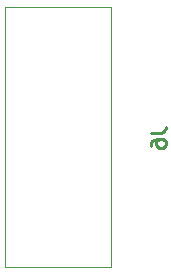
<source format=gbr>
%TF.GenerationSoftware,KiCad,Pcbnew,9.0.1+1*%
%TF.CreationDate,2025-11-18T11:19:53+00:00*%
%TF.ProjectId,nautilus_mainboard,6e617574-696c-4757-935f-6d61696e626f,rev?*%
%TF.SameCoordinates,Original*%
%TF.FileFunction,AssemblyDrawing,Bot*%
%FSLAX46Y46*%
G04 Gerber Fmt 4.6, Leading zero omitted, Abs format (unit mm)*
G04 Created by KiCad (PCBNEW 9.0.1+1) date 2025-11-18 11:19:53*
%MOMM*%
%LPD*%
G01*
G04 APERTURE LIST*
%ADD10C,0.254000*%
%ADD11C,0.100000*%
G04 APERTURE END LIST*
D10*
X129919318Y-175386667D02*
X130826461Y-175386667D01*
X130826461Y-175386667D02*
X131007889Y-175326190D01*
X131007889Y-175326190D02*
X131128842Y-175205238D01*
X131128842Y-175205238D02*
X131189318Y-175023809D01*
X131189318Y-175023809D02*
X131189318Y-174902857D01*
X129919318Y-176535714D02*
X129919318Y-176293809D01*
X129919318Y-176293809D02*
X129979794Y-176172857D01*
X129979794Y-176172857D02*
X130040270Y-176112381D01*
X130040270Y-176112381D02*
X130221699Y-175991428D01*
X130221699Y-175991428D02*
X130463603Y-175930952D01*
X130463603Y-175930952D02*
X130947413Y-175930952D01*
X130947413Y-175930952D02*
X131068365Y-175991428D01*
X131068365Y-175991428D02*
X131128842Y-176051905D01*
X131128842Y-176051905D02*
X131189318Y-176172857D01*
X131189318Y-176172857D02*
X131189318Y-176414762D01*
X131189318Y-176414762D02*
X131128842Y-176535714D01*
X131128842Y-176535714D02*
X131068365Y-176596190D01*
X131068365Y-176596190D02*
X130947413Y-176656667D01*
X130947413Y-176656667D02*
X130645032Y-176656667D01*
X130645032Y-176656667D02*
X130524080Y-176596190D01*
X130524080Y-176596190D02*
X130463603Y-176535714D01*
X130463603Y-176535714D02*
X130403127Y-176414762D01*
X130403127Y-176414762D02*
X130403127Y-176172857D01*
X130403127Y-176172857D02*
X130463603Y-176051905D01*
X130463603Y-176051905D02*
X130524080Y-175991428D01*
X130524080Y-175991428D02*
X130645032Y-175930952D01*
D11*
%TO.C,J6*%
X117565000Y-164760000D02*
X126565000Y-164760000D01*
X117565000Y-186760000D02*
X117565000Y-164760000D01*
X126565000Y-164760000D02*
X126565000Y-186760000D01*
X126565000Y-186760000D02*
X117565000Y-186760000D01*
%TD*%
M02*

</source>
